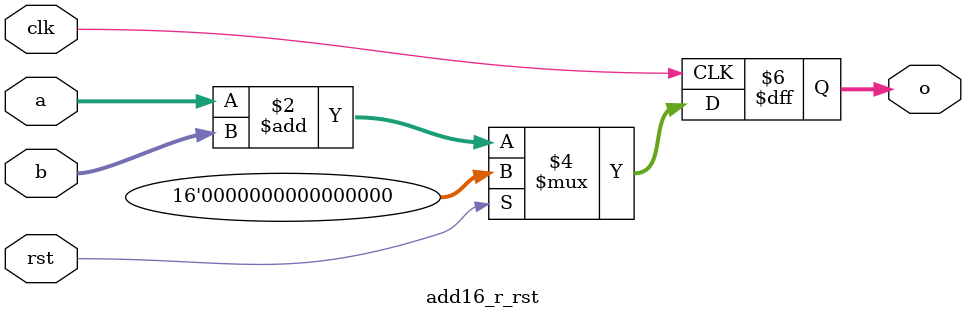
<source format=v>
module add16_r_rst(
    input [15:0] a,
    input [15:0] b,
    input clk,
    input rst,
    output reg [15:0] o
);

always @ (posedge clk) begin
    if (rst)
        o <= 1'b0;
    else 
        o <= a + b;
end

endmodule
</source>
